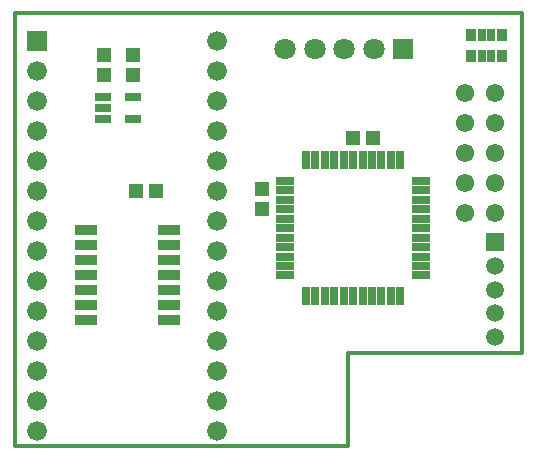
<source format=gts>
G04 DesignSpark PCB Gerber Version 11.0 Build 5877*
%FSLAX35Y35*%
%MOIN*%
%ADD93R,0.02765X0.04340*%
%ADD91R,0.02962X0.06407*%
%ADD92R,0.03750X0.04340*%
%ADD95R,0.04537X0.04537*%
%ADD97R,0.05915X0.05915*%
%ADD27R,0.06600X0.06600*%
%ADD22R,0.07096X0.07096*%
%ADD10C,0.01200*%
%ADD98C,0.05915*%
%ADD94C,0.06100*%
%ADD90R,0.06407X0.02962*%
%ADD99R,0.05521X0.03159*%
%ADD96R,0.07588X0.03356*%
%ADD89R,0.04537X0.04537*%
%ADD26C,0.06600*%
%ADD23C,0.07096*%
X0Y0D02*
D02*
D10*
X2937Y2652D02*
X114222D01*
Y33756D01*
X172053D01*
Y147229D01*
X2937D01*
Y2652D01*
D02*
D22*
X132506Y135195D03*
D02*
D23*
X93136D03*
X102978D03*
X112821D03*
X122663D03*
D02*
D26*
X10500Y7800D03*
Y17800D03*
Y27800D03*
Y37800D03*
Y47800D03*
Y57800D03*
Y67800D03*
Y77800D03*
Y87800D03*
Y97800D03*
Y107800D03*
Y117800D03*
Y127800D03*
X70500Y7800D03*
Y17800D03*
Y27800D03*
Y37800D03*
Y47800D03*
Y57800D03*
Y67800D03*
Y77800D03*
Y87800D03*
Y97800D03*
Y107800D03*
Y117800D03*
Y127800D03*
Y137800D03*
D02*
D27*
X10500D03*
D02*
D89*
X43257Y87835D03*
X49950D03*
X115662Y105497D03*
X122355D03*
D02*
D90*
X93194Y59583D03*
Y62733D03*
Y65883D03*
Y69032D03*
Y72182D03*
Y75331D03*
Y78481D03*
Y81631D03*
Y84780D03*
Y87930D03*
Y91080D03*
X138376Y59583D03*
Y62733D03*
Y65883D03*
Y69032D03*
Y72182D03*
Y75331D03*
Y78481D03*
Y81631D03*
Y84780D03*
Y87930D03*
Y91080D03*
D02*
D91*
X100037Y52741D03*
Y97922D03*
X103187Y52741D03*
Y97922D03*
X106336Y52741D03*
Y97922D03*
X109486Y52741D03*
Y97922D03*
X112635Y52741D03*
Y97922D03*
X115785Y52741D03*
Y97922D03*
X118935Y52741D03*
Y97922D03*
X122084Y52741D03*
Y97922D03*
X125234Y52741D03*
Y97922D03*
X128383Y52741D03*
Y97922D03*
X131533Y52741D03*
Y97922D03*
D02*
D92*
X155114Y132745D03*
Y139831D03*
X165547Y132745D03*
Y139831D03*
D02*
D93*
X158756Y132745D03*
Y139831D03*
X161905Y132745D03*
Y139831D03*
D02*
D94*
X153141Y80502D03*
Y90502D03*
Y100502D03*
Y110502D03*
Y120502D03*
X163141Y80502D03*
Y90502D03*
Y100502D03*
Y110502D03*
Y120502D03*
D02*
D95*
X32634Y126475D03*
Y133168D03*
X42324Y126475D03*
Y133168D03*
X85463Y81734D03*
Y88427D03*
D02*
D96*
X26676Y44702D03*
Y49702D03*
Y54702D03*
Y59702D03*
Y64702D03*
Y69702D03*
Y74702D03*
X54534Y44702D03*
Y49702D03*
Y54702D03*
Y59702D03*
Y64702D03*
Y69702D03*
Y74702D03*
D02*
D97*
X162987Y70643D03*
D02*
D98*
Y39146D03*
Y47020D03*
Y54894D03*
Y62769D03*
D02*
D99*
X32558Y111643D03*
Y115344D03*
Y119045D03*
X42400Y111643D03*
Y119045D03*
X0Y0D02*
M02*

</source>
